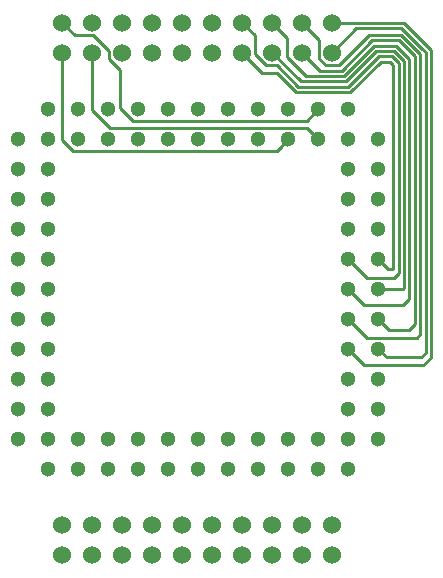
<source format=gbr>
G04 #@! TF.GenerationSoftware,KiCad,Pcbnew,(5.1.2)-2*
G04 #@! TF.CreationDate,2019-08-20T13:38:56-07:00*
G04 #@! TF.ProjectId,pcb_design,7063625f-6465-4736-9967-6e2e6b696361,rev?*
G04 #@! TF.SameCoordinates,Original*
G04 #@! TF.FileFunction,Copper,L2,Bot*
G04 #@! TF.FilePolarity,Positive*
%FSLAX46Y46*%
G04 Gerber Fmt 4.6, Leading zero omitted, Abs format (unit mm)*
G04 Created by KiCad (PCBNEW (5.1.2)-2) date 2019-08-20 13:38:56*
%MOMM*%
%LPD*%
G04 APERTURE LIST*
%ADD10C,1.524000*%
%ADD11C,1.300000*%
%ADD12C,0.250000*%
G04 APERTURE END LIST*
D10*
X151105000Y-62469999D03*
X151105000Y-65009999D03*
X148565000Y-62469999D03*
X148565000Y-65009999D03*
X146025000Y-62469999D03*
X146025000Y-65009999D03*
X143485000Y-62469999D03*
X143485000Y-65009999D03*
X140945000Y-62469999D03*
X140945000Y-65009999D03*
X138405000Y-62469999D03*
X138405000Y-65009999D03*
X135865000Y-62469999D03*
X135865000Y-65009999D03*
X133325000Y-62469999D03*
X133325000Y-65009999D03*
X130785000Y-62469999D03*
X130785000Y-65009999D03*
X128245000Y-62469999D03*
X128245000Y-65009999D03*
D11*
X137260000Y-72339999D03*
X137260000Y-69799999D03*
X134720000Y-69799999D03*
X134720000Y-72339999D03*
X132180000Y-72339999D03*
X132180000Y-69799999D03*
X129640000Y-72339999D03*
X129640000Y-69799999D03*
X127100000Y-72339999D03*
X124560000Y-95199999D03*
X127100000Y-97739999D03*
X149960000Y-100279999D03*
X152500000Y-97739999D03*
X152500000Y-100279999D03*
X155040000Y-97739999D03*
X155040000Y-74879999D03*
X155040000Y-74879999D03*
X152500000Y-72339999D03*
X139800000Y-69799999D03*
X139800000Y-72339999D03*
X142340000Y-69799999D03*
X142340000Y-72339999D03*
X144880000Y-69799999D03*
X144880000Y-72339999D03*
X147420000Y-69799999D03*
X147420000Y-72339999D03*
X149960000Y-69799999D03*
X149960000Y-72339999D03*
X152500000Y-69799999D03*
X155040000Y-72339999D03*
X152500000Y-74879999D03*
X155040000Y-77419999D03*
X152500000Y-77419999D03*
X155040000Y-79959999D03*
X152500000Y-79959999D03*
X155040000Y-82499999D03*
X152500000Y-82499999D03*
X155040000Y-85039999D03*
X152500000Y-85039999D03*
X155040000Y-87579999D03*
X152500000Y-87579999D03*
X155040000Y-90119999D03*
X152500000Y-90119999D03*
X155040000Y-92659999D03*
X152500000Y-92659999D03*
X155040000Y-95199999D03*
X152500000Y-95199999D03*
X149960000Y-97739999D03*
X147420000Y-100279999D03*
X147420000Y-97739999D03*
X144880000Y-100279999D03*
X144880000Y-97739999D03*
X142340000Y-100279999D03*
X142340000Y-97739999D03*
X139800000Y-100279999D03*
X139800000Y-97739999D03*
X137260000Y-100279999D03*
X137260000Y-97739999D03*
X134720000Y-100279999D03*
X134720000Y-97739999D03*
X132180000Y-100279999D03*
X132180000Y-97739999D03*
X129640000Y-100279999D03*
X129640000Y-97739999D03*
X127100000Y-100279999D03*
X124560000Y-97739999D03*
X127100000Y-95199999D03*
X124560000Y-92659999D03*
X127100000Y-92659999D03*
X124560000Y-90119999D03*
X127100000Y-90119999D03*
X124560000Y-87579999D03*
X127100000Y-87579999D03*
X124560000Y-85039999D03*
X127100000Y-85039999D03*
X124560000Y-82499999D03*
X127100000Y-82499999D03*
X124560000Y-79959999D03*
X127100000Y-79959999D03*
X124560000Y-77419999D03*
X127100000Y-77419999D03*
X124560000Y-74879999D03*
X127100000Y-74879999D03*
X124560000Y-72339999D03*
X127100000Y-69799999D03*
D10*
X128263800Y-107562200D03*
X128263800Y-105022200D03*
X130803800Y-107562200D03*
X130803800Y-105022200D03*
X133343800Y-107562200D03*
X133343800Y-105022200D03*
X135883800Y-107562200D03*
X135883800Y-105022200D03*
X138423800Y-107562200D03*
X138423800Y-105022200D03*
X140963800Y-107562200D03*
X140963800Y-105022200D03*
X143503800Y-107562200D03*
X143503800Y-105022200D03*
X146043800Y-107562200D03*
X146043800Y-105022200D03*
X148583800Y-107562200D03*
X148583800Y-105022200D03*
X151123800Y-107562200D03*
X151123800Y-105022200D03*
D12*
X146770001Y-72989998D02*
X147420000Y-72339999D01*
X146444999Y-73315000D02*
X146770001Y-72989998D01*
X129171999Y-73315000D02*
X146444999Y-73315000D01*
X128245000Y-72388001D02*
X129171999Y-73315000D01*
X128245000Y-65009999D02*
X128245000Y-72388001D01*
X129332001Y-63557000D02*
X128245000Y-62469999D01*
X130927000Y-63557000D02*
X129332001Y-63557000D01*
X149960000Y-69799999D02*
X148984999Y-70775000D01*
X132237999Y-64867999D02*
X130927000Y-63557000D01*
X148984999Y-70775000D02*
X134251999Y-70775000D01*
X134251999Y-70775000D02*
X133155001Y-69678002D01*
X133155001Y-69678002D02*
X133155001Y-66448762D01*
X133155001Y-66448762D02*
X132237999Y-65531760D01*
X132237999Y-65531760D02*
X132237999Y-64867999D01*
X149310001Y-71690000D02*
X149960000Y-72339999D01*
X148984999Y-71364998D02*
X149310001Y-71690000D01*
X132301997Y-71364998D02*
X148984999Y-71364998D01*
X130785000Y-69848001D02*
X132301997Y-71364998D01*
X130785000Y-65009999D02*
X130785000Y-69848001D01*
X156318562Y-83340000D02*
X155880001Y-83340000D01*
X156027180Y-65790000D02*
X156318562Y-66081382D01*
X145228910Y-66753909D02*
X146496092Y-66753909D01*
X143485000Y-65009999D02*
X145228910Y-66753909D01*
X156318562Y-66081382D02*
X156318562Y-83340000D01*
X146496092Y-66753909D02*
X148089231Y-68347048D01*
X148089231Y-68347048D02*
X152688593Y-68347047D01*
X155880001Y-83340000D02*
X155040000Y-82499999D01*
X152688593Y-68347047D02*
X155245640Y-65790000D01*
X155245640Y-65790000D02*
X156027180Y-65790000D01*
X145503239Y-66097000D02*
X146475591Y-66097000D01*
X144572001Y-65165762D02*
X145503239Y-66097000D01*
X143485000Y-62469999D02*
X144572001Y-63557000D01*
X144572001Y-63557000D02*
X144572001Y-65165762D01*
X148275631Y-67897038D02*
X152502192Y-67897038D01*
X146475591Y-66097000D02*
X148275631Y-67897038D01*
X155069230Y-65330000D02*
X156203590Y-65330000D01*
X152502192Y-67897038D02*
X155069230Y-65330000D01*
X156203590Y-65330000D02*
X156768572Y-65894982D01*
X156768572Y-65894982D02*
X156768572Y-83661428D01*
X156768572Y-83661428D02*
X156365002Y-84064998D01*
X154064999Y-84064998D02*
X152500000Y-82499999D01*
X156365002Y-84064998D02*
X154064999Y-84064998D01*
X152315792Y-67447028D02*
X154892790Y-64870030D01*
X146025000Y-65009999D02*
X148462030Y-67447029D01*
X148462030Y-67447029D02*
X152315792Y-67447028D01*
X154892790Y-64870030D02*
X156394390Y-64870030D01*
X156394390Y-64884390D02*
X157218582Y-65708582D01*
X156394390Y-64870030D02*
X156394390Y-64884390D01*
X157218582Y-65708582D02*
X157218582Y-84951418D01*
X157130001Y-85039999D02*
X155040000Y-85039999D01*
X157218582Y-84951418D02*
X157130001Y-85039999D01*
X146025000Y-62469999D02*
X147300000Y-63744999D01*
X148943258Y-66997019D02*
X152129391Y-66997019D01*
X147300000Y-63744999D02*
X147300000Y-65353761D01*
X147300000Y-65353761D02*
X148943258Y-66997019D01*
X152129391Y-66997019D02*
X154706390Y-64420020D01*
X154706390Y-64420020D02*
X156580790Y-64420020D01*
X156580790Y-64420020D02*
X157668592Y-65507822D01*
X157668592Y-65507822D02*
X157668592Y-85851408D01*
X157668592Y-85851408D02*
X157120000Y-86400000D01*
X153860001Y-86400000D02*
X152500000Y-85039999D01*
X157120000Y-86400000D02*
X153860001Y-86400000D01*
X151942990Y-66547010D02*
X154519990Y-63970010D01*
X148565000Y-65009999D02*
X150102011Y-66547010D01*
X150102011Y-66547010D02*
X151942990Y-66547010D01*
X154519990Y-63970010D02*
X156767190Y-63970010D01*
X156767190Y-63970010D02*
X158118602Y-65321422D01*
X158118602Y-65321422D02*
X158118602Y-87998602D01*
X155940001Y-88480000D02*
X155040000Y-87579999D01*
X157637204Y-88480000D02*
X158118602Y-87998602D01*
X155940001Y-88480000D02*
X157637204Y-88480000D01*
X150017999Y-63922998D02*
X148565000Y-62469999D01*
X150583239Y-66097000D02*
X151703000Y-66097000D01*
X150017999Y-63922998D02*
X150017999Y-65531760D01*
X150017999Y-65531760D02*
X150583239Y-66097000D01*
X154280000Y-63520000D02*
X156953590Y-63520000D01*
X151703000Y-66097000D02*
X154280000Y-63520000D01*
X158553590Y-65120000D02*
X158557180Y-65120000D01*
X156953590Y-63520000D02*
X158553590Y-65120000D01*
X158557180Y-65120000D02*
X158609970Y-65172790D01*
X158609970Y-65172790D02*
X158609970Y-88840030D01*
X153149999Y-88229998D02*
X152500000Y-87579999D01*
X154064999Y-89144998D02*
X153149999Y-88229998D01*
X158305002Y-89144998D02*
X154064999Y-89144998D01*
X158609970Y-88840030D02*
X158305002Y-89144998D01*
X151105000Y-65009999D02*
X153194990Y-62920009D01*
X153194990Y-62920009D02*
X156993599Y-62920009D01*
X156993599Y-62923599D02*
X158739990Y-64669990D01*
X156993599Y-62920009D02*
X156993599Y-62923599D01*
X158739990Y-64669990D02*
X158743580Y-64669990D01*
X158743580Y-64669990D02*
X159059980Y-64986390D01*
X159059980Y-64986390D02*
X159059980Y-90400020D01*
X159059980Y-90400020D02*
X158640000Y-90820000D01*
X155740001Y-90820000D02*
X155040000Y-90119999D01*
X158640000Y-90820000D02*
X155740001Y-90820000D01*
X153860001Y-91480000D02*
X152500000Y-90119999D01*
X158870000Y-91480000D02*
X153860001Y-91480000D01*
X159509990Y-90840010D02*
X158870000Y-91480000D01*
X159509990Y-64799990D02*
X159509990Y-90840010D01*
X151105000Y-62469999D02*
X157179999Y-62469999D01*
X157179999Y-62469999D02*
X159509990Y-64799990D01*
M02*

</source>
